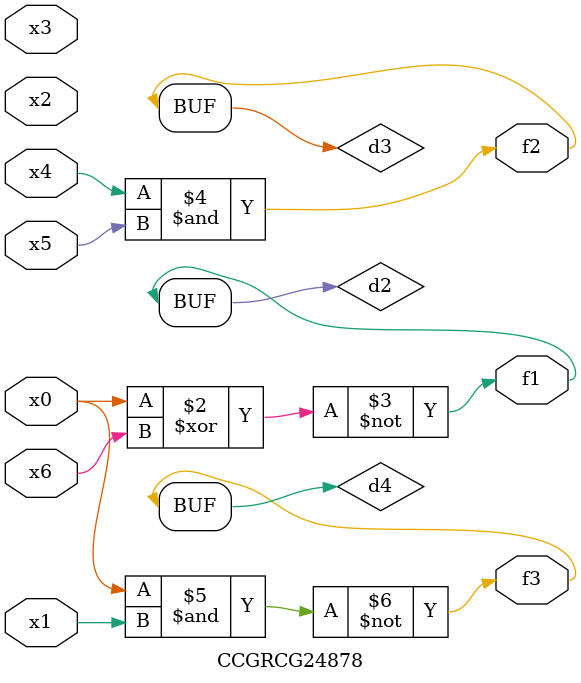
<source format=v>
module CCGRCG24878(
	input x0, x1, x2, x3, x4, x5, x6,
	output f1, f2, f3
);

	wire d1, d2, d3, d4;

	nor (d1, x0);
	xnor (d2, x0, x6);
	and (d3, x4, x5);
	nand (d4, x0, x1);
	assign f1 = d2;
	assign f2 = d3;
	assign f3 = d4;
endmodule

</source>
